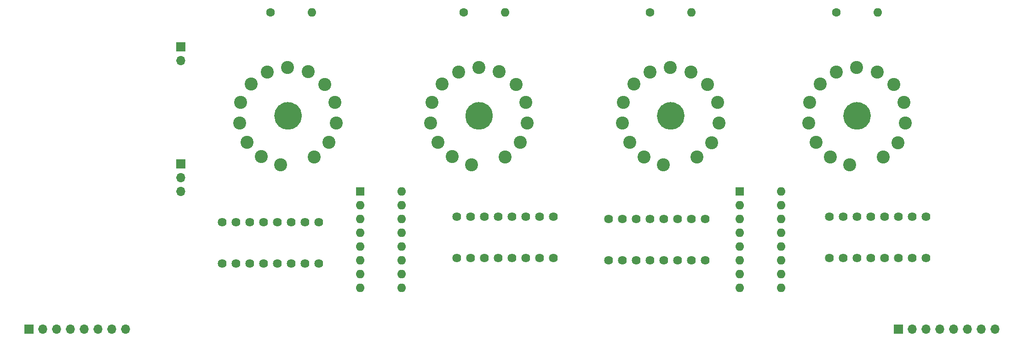
<source format=gbs>
G04 #@! TF.GenerationSoftware,KiCad,Pcbnew,7.0.11+dfsg-1*
G04 #@! TF.CreationDate,2024-03-20T20:28:19-04:00*
G04 #@! TF.ProjectId,clock,636c6f63-6b2e-46b6-9963-61645f706362,rev?*
G04 #@! TF.SameCoordinates,Original*
G04 #@! TF.FileFunction,Soldermask,Bot*
G04 #@! TF.FilePolarity,Negative*
%FSLAX46Y46*%
G04 Gerber Fmt 4.6, Leading zero omitted, Abs format (unit mm)*
G04 Created by KiCad (PCBNEW 7.0.11+dfsg-1) date 2024-03-20 20:28:19*
%MOMM*%
%LPD*%
G01*
G04 APERTURE LIST*
%ADD10C,2.540000*%
%ADD11R,1.700000X1.700000*%
%ADD12O,1.700000X1.700000*%
%ADD13C,4.998720*%
%ADD14C,2.397760*%
%ADD15R,1.600000X1.600000*%
%ADD16O,1.600000X1.600000*%
%ADD17C,1.600000*%
%ADD18C,1.625600*%
G04 APERTURE END LIST*
D10*
X98475500Y-68569800D02*
G75*
G03*
X95935500Y-68569800I-1270000J0D01*
G01*
X95935500Y-68569800D02*
G75*
G03*
X98475500Y-68569800I1270000J0D01*
G01*
X203200000Y-68580000D02*
G75*
G03*
X200660000Y-68580000I-1270000J0D01*
G01*
X200660000Y-68580000D02*
G75*
G03*
X203200000Y-68580000I1270000J0D01*
G01*
X168910000Y-68580000D02*
G75*
G03*
X166370000Y-68580000I-1270000J0D01*
G01*
X166370000Y-68580000D02*
G75*
G03*
X168910000Y-68580000I1270000J0D01*
G01*
X133639600Y-68569800D02*
G75*
G03*
X131099600Y-68569800I-1270000J0D01*
G01*
X131099600Y-68569800D02*
G75*
G03*
X133639600Y-68569800I1270000J0D01*
G01*
D11*
X49530000Y-107950000D03*
D12*
X52070000Y-107950000D03*
X54610000Y-107950000D03*
X57150000Y-107950000D03*
X59690000Y-107950000D03*
X62230000Y-107950000D03*
X64770000Y-107950000D03*
X67310000Y-107950000D03*
D13*
X97172480Y-68656160D03*
D14*
X93413280Y-60487520D03*
X95844060Y-77594420D03*
X90423700Y-62722720D03*
X88269780Y-69921080D03*
X101998480Y-76199960D03*
X89628680Y-73482160D03*
X104751840Y-73512640D03*
X100911360Y-60469740D03*
X106082800Y-69890600D03*
X103992380Y-62793840D03*
X92288060Y-76139000D03*
X88498380Y-66103460D03*
X105805940Y-66116160D03*
X97144540Y-59702660D03*
D15*
X110490000Y-82550000D03*
D16*
X110490000Y-85090000D03*
X110490000Y-87630000D03*
X110490000Y-90170000D03*
X110490000Y-92710000D03*
X110490000Y-95250000D03*
X110490000Y-97790000D03*
X110490000Y-100330000D03*
X118110000Y-100330000D03*
X118110000Y-97790000D03*
X118110000Y-95250000D03*
X118110000Y-92710000D03*
X118110000Y-90170000D03*
X118110000Y-87630000D03*
X118110000Y-85090000D03*
X118110000Y-82550000D03*
D17*
X93980000Y-49530000D03*
D16*
X101600000Y-49530000D03*
D18*
X85090000Y-95810000D03*
X87630000Y-95810000D03*
X90170000Y-95810000D03*
X92710000Y-95810000D03*
X95250000Y-95810000D03*
X97790000Y-95810000D03*
X100330000Y-95810000D03*
X102870000Y-95810000D03*
X102870000Y-88190000D03*
X100330000Y-88190000D03*
X97790000Y-88190000D03*
X95250000Y-88190000D03*
X92710000Y-88190000D03*
X90170000Y-88190000D03*
X87630000Y-88190000D03*
X85090000Y-88190000D03*
X156210000Y-95250000D03*
X158750000Y-95250000D03*
X161290000Y-95250000D03*
X163830000Y-95250000D03*
X166370000Y-95250000D03*
X168910000Y-95250000D03*
X171450000Y-95250000D03*
X173990000Y-95250000D03*
X173990000Y-87630000D03*
X171450000Y-87630000D03*
X168910000Y-87630000D03*
X166370000Y-87630000D03*
X163830000Y-87630000D03*
X161290000Y-87630000D03*
X158750000Y-87630000D03*
X156210000Y-87630000D03*
D13*
X201896980Y-68666360D03*
D14*
X198137780Y-60497720D03*
X200568560Y-77604620D03*
X195148200Y-62732920D03*
X192994280Y-69931280D03*
X206722980Y-76210160D03*
X194353180Y-73492360D03*
X209476340Y-73522840D03*
X205635860Y-60479940D03*
X210807300Y-69900800D03*
X208716880Y-62804040D03*
X197012560Y-76149200D03*
X193222880Y-66113660D03*
X210530440Y-66126360D03*
X201869040Y-59712860D03*
D17*
X163830000Y-49530000D03*
D16*
X171450000Y-49530000D03*
D11*
X209550000Y-107950000D03*
D12*
X212090000Y-107950000D03*
X214630000Y-107950000D03*
X217170000Y-107950000D03*
X219710000Y-107950000D03*
X222250000Y-107950000D03*
X224790000Y-107950000D03*
X227330000Y-107950000D03*
D13*
X167606980Y-68666360D03*
D14*
X163847780Y-60497720D03*
X166278560Y-77604620D03*
X160858200Y-62732920D03*
X158704280Y-69931280D03*
X172432980Y-76210160D03*
X160063180Y-73492360D03*
X175186340Y-73522840D03*
X171345860Y-60479940D03*
X176517300Y-69900800D03*
X174426880Y-62804040D03*
X162722560Y-76149200D03*
X158932880Y-66113660D03*
X176240440Y-66126360D03*
X167579040Y-59712860D03*
D13*
X132336580Y-68656160D03*
D14*
X128577380Y-60487520D03*
X131008160Y-77594420D03*
X125587800Y-62722720D03*
X123433880Y-69921080D03*
X137162580Y-76199960D03*
X124792780Y-73482160D03*
X139915940Y-73512640D03*
X136075460Y-60469740D03*
X141246900Y-69890600D03*
X139156480Y-62793840D03*
X127452160Y-76139000D03*
X123662480Y-66103460D03*
X140970040Y-66116160D03*
X132308640Y-59702660D03*
D18*
X128270000Y-94810000D03*
X130810000Y-94810000D03*
X133350000Y-94810000D03*
X135890000Y-94810000D03*
X138430000Y-94810000D03*
X140970000Y-94810000D03*
X143510000Y-94810000D03*
X146050000Y-94810000D03*
X146050000Y-87190000D03*
X143510000Y-87190000D03*
X140970000Y-87190000D03*
X138430000Y-87190000D03*
X135890000Y-87190000D03*
X133350000Y-87190000D03*
X130810000Y-87190000D03*
X128270000Y-87190000D03*
D15*
X180350000Y-82565000D03*
D16*
X180350000Y-85105000D03*
X180350000Y-87645000D03*
X180350000Y-90185000D03*
X180350000Y-92725000D03*
X180350000Y-95265000D03*
X180350000Y-97805000D03*
X180350000Y-100345000D03*
X187970000Y-100345000D03*
X187970000Y-97805000D03*
X187970000Y-95265000D03*
X187970000Y-92725000D03*
X187970000Y-90185000D03*
X187970000Y-87645000D03*
X187970000Y-85105000D03*
X187970000Y-82565000D03*
D11*
X77470000Y-77470000D03*
D12*
X77470000Y-80010000D03*
X77470000Y-82550000D03*
D11*
X77470000Y-55880000D03*
D12*
X77470000Y-58420000D03*
D17*
X198120000Y-49530000D03*
D16*
X205740000Y-49530000D03*
D18*
X196850000Y-94810000D03*
X199390000Y-94810000D03*
X201930000Y-94810000D03*
X204470000Y-94810000D03*
X207010000Y-94810000D03*
X209550000Y-94810000D03*
X212090000Y-94810000D03*
X214630000Y-94810000D03*
X214630000Y-87190000D03*
X212090000Y-87190000D03*
X209550000Y-87190000D03*
X207010000Y-87190000D03*
X204470000Y-87190000D03*
X201930000Y-87190000D03*
X199390000Y-87190000D03*
X196850000Y-87190000D03*
D17*
X129540000Y-49530000D03*
D16*
X137160000Y-49530000D03*
M02*

</source>
